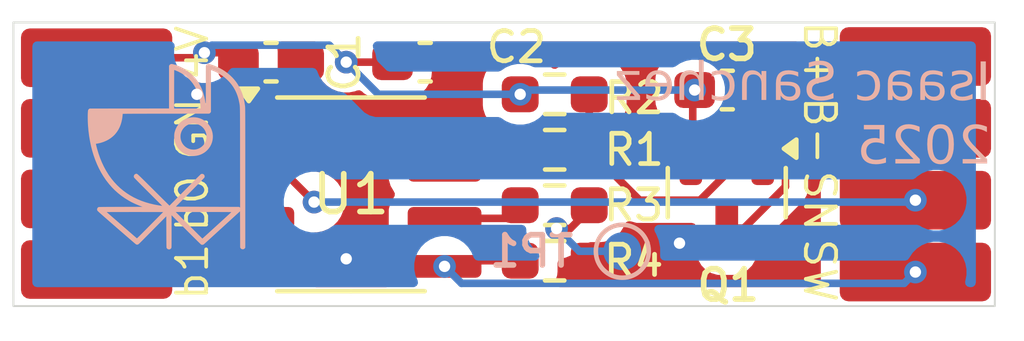
<source format=kicad_pcb>
(kicad_pcb (version 20241229) (generator "pcbnew") (generator_version "9.0")
  (layers (0 "F.Cu" signal) (2 "B.Cu" signal) (13 "F.Paste" user) (15 "B.Paste" user) (5 "F.SilkS" user "F.Silkscreen") (7 "B.SilkS" user "B.Silkscreen") (1 "F.Mask" user) (3 "B.Mask" user) (25 "Edge.Cuts" user))
  (net 0 "")
  (net 1 "GND")
  (net 2 "+4V")
  (net 3 "Net-(Q1-G)")
  (net 4 "IO_BT")
  (net 5 "UPDI")
  (net 6 "Net-(U1-~{RESET}{slash}PA0)")
  (net 7 "INT_SW")
  (net 8 "IO_BTTN0")
  (net 9 "IO_BTTN1")
  (net 10 "IO_SCAN")
  (net 11 "Vcc_BT")
  (footprint "custom_library:iPod_Custom" (layer "F.Cu") (at 83 82.433333)
    (property "Reference" "U2" (hide yes))
    (property "Value" "~" (hide yes))
    (fp_text user "GN" (at 2.45 -4.483333 90) (layer "F.SilkS") (effects (font (size 0.8 0.8) (thickness 0.1)) (justify left bottom)))
    (fp_text user "b1" (at 2.45 -0.783333 90) (layer "F.SilkS") (effects (font (size 0.8 0.8) (thickness 0.1)) (justify left bottom)))
    (fp_text user "b0" (at 2.45 -2.583333 90) (layer "F.SilkS") (effects (font (size 0.8 0.8) (thickness 0.1)) (justify left bottom)))
    (fp_text user "4V" (at 2.45 -6.583333 90) (layer "F.SilkS") (effects (font (size 0.8 0.8) (thickness 0.1)) (justify left bottom)))
    (pad "1" connect roundrect (at -0.55 -7.25) (size 4 1.55) (layers "F.Cu" "F.Mask") (roundrect_rratio 0.15) (net 2 "+4V"))
    (pad "2" connect roundrect (at -0.55 -5.383333) (size 4 1.55) (layers "F.Cu" "F.Mask") (roundrect_rratio 0.15) (net 1 "GND"))
    (pad "3" connect roundrect (at -0.55 -3.516667) (size 4 1.55) (layers "F.Cu" "F.Mask") (roundrect_rratio 0.15) (net 8 "IO_BTTN0"))
    (pad "4" connect roundrect (at -0.55 -1.65) (size 4 1.55) (layers "F.Cu" "F.Mask") (roundrect_rratio 0.15) (net 9 "IO_BTTN1"))
  )
  (footprint "Package_SO:SOIC-8_3.9x4.9mm_P1.27mm" (layer "F.Cu") (at 89.175 78.795)
    (property "Reference" "U1" (at 0 0 0) (layer "F.SilkS"))
    (property "Value" "ATtiny402-SS" (hide yes))
    (fp_line (start 0 -2.56) (end -1.95 -2.56) (stroke (width 0.12)) (layer "F.SilkS"))
    (fp_line (start 0 -2.56) (end 1.95 -2.56) (stroke (width 0.12)) (layer "F.SilkS"))
    (fp_line (start 0 2.56) (end -1.95 2.56) (stroke (width 0.12)) (layer "F.SilkS"))
    (fp_line (start 0 2.56) (end 1.95 2.56) (stroke (width 0.12)) (layer "F.SilkS"))
    (fp_poly (pts (xy -2.7 -2.465) (xy -2.94 -2.795) (xy -2.46 -2.795)) (stroke (width 0.12)) (fill yes) (layer "F.SilkS"))
    (pad "1" smd roundrect (at -2.475 -1.905) (size 1.95 0.6) (layers "F.Cu" "F.Mask" "F.Paste") (net 2 "+4V"))
    (pad "2" smd roundrect (at -2.475 -0.635) (size 1.95 0.6) (layers "F.Cu" "F.Mask" "F.Paste") (net 10 "IO_SCAN"))
    (pad "3" smd roundrect (at -2.475 0.635) (size 1.95 0.6) (layers "F.Cu" "F.Mask" "F.Paste") (net 8 "IO_BTTN0"))
    (pad "4" smd roundrect (at -2.475 1.905) (size 1.95 0.6) (layers "F.Cu" "F.Mask" "F.Paste") (net 9 "IO_BTTN1"))
    (pad "5" smd roundrect (at 2.475 1.905) (size 1.95 0.6) (layers "F.Cu" "F.Mask" "F.Paste") (net 7 "INT_SW"))
    (pad "6" smd roundrect (at 2.475 0.635) (size 1.95 0.6) (layers "F.Cu" "F.Mask" "F.Paste") (net 6 "Net-(U1-~{RESET}{slash}PA0)"))
    (pad "7" smd roundrect (at 2.475 -0.635) (size 1.95 0.6) (layers "F.Cu" "F.Mask" "F.Paste") (net 4 "IO_BT"))
    (pad "8" smd roundrect (at 2.475 -1.905) (size 1.95 0.6) (layers "F.Cu" "F.Mask" "F.Paste") (net 1 "GND"))
  )
  (footprint "Resistor_SMD:R_0603_1608Metric_Pad0.98x0.95mm_HandSolder" (layer "F.Cu") (at 94.5625 77.616667 180)
    (property "Reference" "R1" (at -2.1 0 0) (layer "F.SilkS") (effects (font (size 0.8 0.8) (thickness 0.125))))
    (property "Value" "330")
    (fp_line (start -0.254724 0.5225) (end 0.254724 0.5225) (stroke (width 0.12)) (layer "F.SilkS"))
    (fp_line (start -0.254724 -0.5225) (end 0.254724 -0.5225) (stroke (width 0.12)) (layer "F.SilkS"))
    (pad "1" smd roundrect (at -0.9125 0 180) (size 0.975 0.95) (layers "F.Cu" "F.Mask" "F.Paste") (net 3 "Net-(Q1-G)"))
    (pad "2" smd roundrect (at 0.9125 0 180) (size 0.975 0.95) (layers "F.Cu" "F.Mask" "F.Paste") (net 4 "IO_BT"))
  )
  (footprint "Resistor_SMD:R_0603_1608Metric_Pad0.98x0.95mm_HandSolder" (layer "F.Cu") (at 94.5625 80.55 180)
    (property "Reference" "R4" (at -2.0875 0 0) (layer "F.SilkS") (effects (font (size 0.8 0.8) (thickness 0.125))))
    (property "Value" "4.7k" (hide yes))
    (fp_line (start -0.254724 0.5225) (end 0.254724 0.5225) (stroke (width 0.12)) (layer "F.SilkS"))
    (fp_line (start -0.254724 -0.5225) (end 0.254724 -0.5225) (stroke (width 0.12)) (layer "F.SilkS"))
    (pad "1" smd roundrect (at -0.9125 0 180) (size 0.975 0.95) (layers "F.Cu" "F.Mask" "F.Paste") (net 1 "GND"))
    (pad "2" smd roundrect (at 0.9125 0 180) (size 0.975 0.95) (layers "F.Cu" "F.Mask" "F.Paste") (net 7 "INT_SW"))
  )
  (footprint "custom_library:BT_SW_Custom" (layer "F.Cu") (at 103.4 82.35)
    (property "Reference" "U3" (hide yes))
    (property "Value" "~" (hide yes))
    (fp_text user "B+" (at -2.3 -8.2 270) (layer "F.SilkS") (effects (font (size 0.8 0.8) (thickness 0.1)) (justify left bottom)))
    (fp_text user "SW" (at -2.3 -2.45 270) (layer "F.SilkS") (effects (font (size 0.8 0.8) (thickness 0.1)) (justify left bottom)))
    (fp_text user "SN" (at -2.3 -4.25 270) (layer "F.SilkS") (effects (font (size 0.8 0.8) (thickness 0.1)) (justify left bottom)))
    (fp_text user "B-" (at -2.3 -6.2 270) (layer "F.SilkS") (effects (font (size 0.8 0.8) (thickness 0.1)) (justify left bottom)))
    (pad "1" connect roundrect (at 0.7 -7.2) (size 4 1.55) (layers "F.Cu" "F.Mask") (roundrect_rratio 0.15) (net 11 "Vcc_BT"))
    (pad "2" connect roundrect (at 0.7 -5.3) (size 4 1.55) (layers "F.Cu" "F.Mask") (roundrect_rratio 0.15) (net 1 "GND"))
    (pad "3" connect roundrect (at 0.7 -3.4) (size 4 1.55) (layers "F.Cu" "F.Mask") (roundrect_rratio 0.15) (net 10 "IO_SCAN"))
    (pad "4" connect roundrect (at 0.7 -1.5) (size 4 1.55) (layers "F.Cu" "F.Mask") (roundrect_rratio 0.15) (net 7 "INT_SW"))
  )
  (footprint "Resistor_SMD:R_0603_1608Metric_Pad0.98x0.95mm_HandSolder" (layer "F.Cu") (at 94.5625 79.083333 180)
    (property "Reference" "R3" (at -2.0875 0 0) (layer "F.SilkS") (effects (font (size 0.8 0.8) (thickness 0.125))))
    (property "Value" "4.7k")
    (fp_line (start -0.254724 0.5225) (end 0.254724 0.5225) (stroke (width 0.12)) (layer "F.SilkS"))
    (fp_line (start -0.254724 -0.5225) (end 0.254724 -0.5225) (stroke (width 0.12)) (layer "F.SilkS"))
    (pad "1" smd roundrect (at -0.9125 0 180) (size 0.975 0.95) (layers "F.Cu" "F.Mask" "F.Paste") (net 5 "UPDI"))
    (pad "2" smd roundrect (at 0.9125 0 180) (size 0.975 0.95) (layers "F.Cu" "F.Mask" "F.Paste") (net 6 "Net-(U1-~{RESET}{slash}PA0)"))
  )
  (footprint "Resistor_SMD:R_0603_1608Metric_Pad0.98x0.95mm_HandSolder" (layer "F.Cu") (at 94.5625 76.15 180)
    (property "Reference" "R2" (at -2.1 -0.1 0) (layer "F.SilkS") (effects (font (size 0.8 0.8) (thickness 0.125))))
    (property "Value" "10k" (hide yes))
    (fp_line (start -0.254724 0.5225) (end 0.254724 0.5225) (stroke (width 0.12)) (layer "F.SilkS"))
    (fp_line (start -0.254724 -0.5225) (end 0.254724 -0.5225) (stroke (width 0.12)) (layer "F.SilkS"))
    (pad "1" smd roundrect (at -0.9125 0 180) (size 0.975 0.95) (layers "F.Cu" "F.Mask" "F.Paste") (net 3 "Net-(Q1-G)"))
    (pad "2" smd roundrect (at 0.9125 0 180) (size 0.975 0.95) (layers "F.Cu" "F.Mask" "F.Paste") (net 2 "+4V"))
  )
  (footprint "Capacitor_SMD:C_0603_1608Metric_Pad1.08x0.95mm_HandSolder" (layer "F.Cu") (at 91.1375 75.3)
    (property "Reference" "C2" (at 2.4125 -0.4 180) (layer "F.SilkS") (effects (font (size 0.8 0.8) (thickness 0.125))))
    (property "Value" "10u" (hide yes))
    (fp_line (start -0.146267 -0.51) (end 0.146267 -0.51) (stroke (width 0.12)) (layer "F.SilkS"))
    (fp_line (start -0.146267 0.51) (end 0.146267 0.51) (stroke (width 0.12)) (layer "F.SilkS"))
    (pad "1" smd roundrect (at -0.8625 0) (size 1.075 0.95) (layers "F.Cu" "F.Mask" "F.Paste") (net 2 "+4V"))
    (pad "2" smd roundrect (at 0.8625 0) (size 1.075 0.95) (layers "F.Cu" "F.Mask" "F.Paste") (net 1 "GND"))
  )
  (footprint "Package_TO_SOT_SMD:SOT-23" (layer "F.Cu") (at 99.1125 78.75 -90)
    (property "Reference" "Q1" (at 2.45 -0.0375 0) (layer "F.SilkS") (effects (font (size 0.8 0.8))))
    (property "Value" "AO3401A" (hide yes))
    (fp_line (start 0 1.56) (end -0.65 1.56) (stroke (width 0.12)) (layer "F.SilkS"))
    (fp_line (start 0 1.56) (end 0.65 1.56) (stroke (width 0.12)) (layer "F.SilkS"))
    (fp_line (start 0 -1.56) (end -0.65 -1.56) (stroke (width 0.12)) (layer "F.SilkS"))
    (fp_line (start 0 -1.56) (end 0.65 -1.56) (stroke (width 0.12)) (layer "F.SilkS"))
    (fp_poly (pts (xy -1.1625 -1.51) (xy -1.4025 -1.84) (xy -0.9225 -1.84)) (stroke (width 0.12)) (fill yes) (layer "F.SilkS"))
    (pad "1" smd roundrect (at -0.9375 -0.95 270) (size 1.475 0.6) (layers "F.Cu" "F.Mask" "F.Paste") (net 3 "Net-(Q1-G)"))
    (pad "2" smd roundrect (at -0.9375 0.95 270) (size 1.475 0.6) (layers "F.Cu" "F.Mask" "F.Paste") (net 2 "+4V"))
    (pad "3" smd roundrect (at 0.9375 0 270) (size 1.475 0.6) (layers "F.Cu" "F.Mask" "F.Paste") (net 11 "Vcc_BT"))
  )
  (footprint "Capacitor_SMD:C_0603_1608Metric_Pad1.08x0.95mm_HandSolder" (layer "F.Cu") (at 87.0625 75.3)
    (property "Reference" "C1" (at 1.9375 0 270) (layer "F.SilkS") (effects (font (size 0.8 0.8) (thickness 0.125))))
    (property "Value" "100N" (hide yes))
    (fp_line (start -0.146267 -0.51) (end 0.146267 -0.51) (stroke (width 0.12)) (layer "F.SilkS"))
    (fp_line (start -0.146267 0.51) (end 0.146267 0.51) (stroke (width 0.12)) (layer "F.SilkS"))
    (pad "1" smd roundrect (at -0.8625 0) (size 1.075 0.95) (layers "F.Cu" "F.Mask" "F.Paste") (net 2 "+4V"))
    (pad "2" smd roundrect (at 0.8625 0) (size 1.075 0.95) (layers "F.Cu" "F.Mask" "F.Paste") (net 1 "GND"))
  )
  (footprint "Capacitor_SMD:C_0603_1608Metric_Pad1.08x0.95mm_HandSolder" (layer "F.Cu") (at 99.125 76.0375)
    (property "Reference" "C3" (at -0.0125 -1.2 0) (layer "F.SilkS") (effects (font (size 0.8 0.8))))
    (property "Value" "10u" (hide yes))
    (fp_line (start -0.146267 -0.51) (end 0.146267 -0.51) (stroke (width 0.12)) (layer "F.SilkS"))
    (fp_line (start -0.146267 0.51) (end 0.146267 0.51) (stroke (width 0.12)) (layer "F.SilkS"))
    (pad "1" smd roundrect (at -0.8625 0) (size 1.075 0.95) (layers "F.Cu" "F.Mask" "F.Paste") (net 2 "+4V"))
    (pad "2" smd roundrect (at 0.8625 0) (size 1.075 0.95) (layers "F.Cu" "F.Mask" "F.Paste") (net 1 "GND"))
  )
  (footprint "LOGO" (layer "B.Cu") (at 84.3 77.8 180)
    (property "Reference" "G***" (hide yes))
    (property "Value" "LOGO" (hide yes))
    (fp_poly (pts (xy -0.64272 1.039212) (xy -0.586154 1.028138) (xy -0.530806 1.010542) (xy -0.483374 0.989641) (xy -0.431433 0.959963) (xy -0.384254 0.925494) (xy -0.341961 0.886397) (xy -0.304681 0.842834) (xy -0.272539 0.794967) (xy -0.24566 0.742958) (xy -0.224168 0.686969) (xy -0.21015 0.636018) (xy -0.205652 0.61043) (xy -0.202549 0.580285) (xy -0.200904 0.54768) (xy -0.200779 0.51471) (xy -0.202236 0.483471) (xy -0.204905 0.458874) (xy -0.216606 0.401755) (xy -0.234248 0.347336) (xy -0.257451 0.295944) (xy -0.285833 0.247906) (xy -0.319014 0.203552) (xy -0.356613 0.163209) (xy -0.398249 0.127206) (xy -0.443542 0.09587) (xy -0.49211 0.069529) (xy -0.543574 0.048511) (xy -0.597551 0.033145) (xy -0.653663 0.023758) (xy -0.711526 0.020679) (xy -0.713525 0.020689) (xy -0.733849 0.021139) (xy -0.754523 0.022125) (xy -0.773238 0.023504) (xy -0.787682 0.025137) (xy -0.788662 0.025286) (xy -0.845737 0.037572) (xy -0.900371 0.055923) (xy -0.952155 0.079987) (xy -1.000681 0.109407) (xy -1.045539 0.143829) (xy -1.08632 0.182898) (xy -1.122615 0.226259) (xy -1.154015 0.273558) (xy -1.180111 0.324439) (xy -1.200494 0.378548) (xy -1.202129 0.38388) (xy -1.215717 0.440348) (xy -1.222765 0.496824) (xy -1.223428 0.547142) (xy -1.054583 0.547142) (xy -1.054325 0.51788) (xy -1.052464 0.488832) (xy -1.049074 0.46223) (xy -1.044898 0.442669) (xy -1.029168 0.397659) (xy -1.007708 0.355792) (xy -0.981009 0.317511) (xy -0.949564 0.283258) (xy -0.913866 0.253476) (xy -0.874407 0.228607) (xy -0.831679 0.209093) (xy -0.786176 0.195378) (xy -0.765055 0.191237) (xy -0.736077 0.188316) (xy -0.703608 0.188118) (xy -0.670312 0.190511) (xy -0.638852 0.195363) (xy -0.626982 0.198064) (xy -0.581887 0.212845) (xy -0.540184 0.233157) (xy -0.502196 0.258483) (xy -0.468243 0.288305) (xy -0.438649 0.322105) (xy -0.413734 0.359365) (xy -0.39382 0.399567) (xy -0.379229 0.442194) (xy -0.370283 0.486727) (xy -0.367304 0.532649) (xy -0.370613 0.579441) (xy -0.374893 0.603793) (xy -0.387851 0.648835) (xy -0.406844 0.691553) (xy -0.431365 0.731302) (xy -0.460904 0.767439) (xy -0.494951 0.799319) (xy -0.532996 0.826297) (xy -0.564136 0.843063) (xy -0.594079 0.855733) (xy -0.622941 0.864699) (xy -0.652996 0.870484) (xy -0.686519 0.873615) (xy -0.698772 0.874157) (xy -0.720907 0.874707) (xy -0.73835 0.874547) (xy -0.753172 0.873549) (xy -0.767439 0.871585) (xy -0.780584 0.869079) (xy -0.826611 0.856181) (xy -0.869744 0.837406) (xy -0.909538 0.813204) (xy -0.945546 0.784024) (xy -0.977322 0.750318) (xy -1.00442 0.712535) (xy -1.026393 0.671125) (xy -1.042794 0.626539) (xy -1.049995 0.59737) (xy -1.053164 0.574383) (xy -1.054583 0.547142) (xy -1.223428 0.547142) (xy -1.223503 0.552869) (xy -1.218161 0.608041) (xy -1.206969 0.661898) (xy -1.190156 0.713999) (xy -1.167953 0.763904) (xy -1.140588 0.81117) (xy -1.108292 0.855357) (xy -1.071295 0.896023) (xy -1.029825 0.932727) (xy -0.984113 0.965029) (xy -0.934389 0.992486) (xy -0.880882 1.014658) (xy -0.87215 1.017631) (xy -0.81522 1.032973) (xy -0.757704 1.041662) (xy -0.700054 1.043731)) (fill yes) (layer "B.SilkS"))
    (fp_poly (pts (xy -0.122931 2.451547) (xy -0.105719 2.446565) (xy -0.089348 2.436427) (xy -0.075999 2.422627) (xy -0.072167 2.416726) (xy -0.064562 2.403299) (xy -0.064506 1.839385) (xy -0.06445 1.275471) (xy 0.985111 1.274601) (xy 2.034672 1.273732) (xy 2.049195 1.263525) (xy 2.0581 1.256702) (xy 2.06512 1.249586) (xy 2.070536 1.241244) (xy 2.074625 1.230744) (xy 2.077667 1.217154) (xy 2.079939 1.199541) (xy 2.081721 1.176975) (xy 2.083233 1.149684) (xy 2.084588 1.111263) (xy 2.08518 1.067577) (xy 2.085035 1.020096) (xy 2.084178 0.970292) (xy 2.082635 0.919637) (xy 2.080431 0.869604) (xy 2.077592 0.821664) (xy 2.077539 0.820887) (xy 2.06534 0.681331) (xy 2.048002 0.544761) (xy 2.025589 0.411369) (xy 1.998165 0.28135) (xy 1.965796 0.154895) (xy 1.928544 0.032197) (xy 1.886476 -0.08655) (xy 1.839655 -0.201153) (xy 1.788146 -0.311421) (xy 1.732013 -0.417158) (xy 1.671321 -0.518174) (xy 1.606134 -0.614275) (xy 1.591504 -0.634321) (xy 1.520433 -0.724974) (xy 1.445163 -0.810318) (xy 1.365603 -0.890432) (xy 1.281663 -0.965391) (xy 1.193253 -1.035275) (xy 1.100283 -1.10016) (xy 1.002661 -1.160123) (xy 0.932825 -1.198521) (xy 0.896453 -1.216913) (xy 0.855972 -1.236156) (xy 0.813106 -1.255505) (xy 0.769578 -1.274215) (xy 0.727113 -1.291541) (xy 0.687432 -1.306738) (xy 0.659762 -1.316554) (xy 0.636017 -1.324612) (xy 1.214369 -1.326308) (xy 1.288136 -1.326528) (xy 1.355421 -1.326739) (xy 1.416524 -1.326944) (xy 1.471749 -1.327146) (xy 1.521396 -1.327351) (xy 1.565767 -1.327561) (xy 1.605165 -1.32778) (xy 1.639889 -1.328012) (xy 1.670243 -1.328261) (xy 1.696528 -1.32853) (xy 1.719046 -1.328823) (xy 1.738098 -1.329145) (xy 1.753985 -1.329498) (xy 1.767011 -1.329886) (xy 1.777475 -1.330314) (xy 1.785681 -1.330784) (xy 1.791929 -1.331301) (xy 1.796522 -1.331869) (xy 1.79976 -1.332491) (xy 1.801947 -1.333171) (xy 1.802897 -1.333618) (xy 1.819396 -1.346317) (xy 1.830983 -1.362785) (xy 1.837261 -1.381723) (xy 1.837831 -1.401835) (xy 1.832295 -1.421822) (xy 1.830882 -1.424792) (xy 1.82921 -1.427283) (xy 1.826005 -1.431023) (xy 1.821071 -1.436185) (xy 1.814214 -1.442943) (xy 1.805237 -1.451469) (xy 1.793945 -1.461939) (xy 1.780142 -1.474524) (xy 1.763632 -1.489399) (xy 1.74422 -1.506736) (xy 1.721711 -1.52671) (xy 1.695908 -1.549494) (xy 1.666615 -1.57526) (xy 1.633638 -1.604183) (xy 1.59678 -1.636436) (xy 1.555847 -1.672193) (xy 1.510641 -1.711626) (xy 1.460968 -1.754909) (xy 1.406632 -1.802216) (xy 1.347438 -1.85372) (xy 1.322916 -1.875048) (xy 1.272538 -1.918842) (xy 1.223432 -1.961488) (xy 1.175853 -2.00277) (xy 1.130051 -2.042471) (xy 1.086281 -2.080371) (xy 1.044794 -2.116254) (xy 1.005842 -2.149902) (xy 0.96968 -2.181097) (xy 0.936558 -2.209622) (xy 0.90673 -2.235258) (xy 0.880449 -2.257789) (xy 0.857966 -2.276997) (xy 0.839535 -2.292663) (xy 0.825407 -2.304571) (xy 0.815836 -2.312502) (xy 0.811074 -2.316239) (xy 0.81071 -2.31647) (xy 0.793568 -2.323631) (xy 0.777596 -2.325565) (xy 0.760029 -2.322575) (xy 0.758533 -2.32215) (xy 0.75599 -2.321346) (xy 0.753347 -2.320275) (xy 0.750369 -2.318709) (xy 0.746823 -2.316421) (xy 0.742475 -2.313181) (xy 0.737092 -2.308763) (xy 0.730441 -2.302936) (xy 0.722286 -2.295475) (xy 0.712396 -2.286149) (xy 0.700536 -2.274731) (xy 0.686472 -2.260993) (xy 0.669972 -2.244707) (xy 0.6508 -2.225644) (xy 0.628725 -2.203576) (xy 0.603511 -2.178275) (xy 0.574926 -2.149512) (xy 0.542736 -2.117061) (xy 0.506706 -2.080692) (xy 0.466605 -2.040177) (xy 0.422197 -1.995288) (xy 0.374322 -1.946881) (xy 0.00848 -1.576953) (xy 0.006784 -1.988429) (xy 0.006508 -2.052178) (xy 0.006232 -2.109462) (xy 0.00595 -2.160597) (xy 0.005657 -2.205902) (xy 0.00535 -2.245695) (xy 0.005023 -2.280295) (xy 0.004672 -2.310018) (xy 0.004292 -2.335184) (xy 0.003879 -2.356111) (xy 0.003427 -2.373116) (xy 0.002933 -2.386518) (xy 0.002391 -2.396634) (xy 0.001797 -2.403783) (xy 0.001147 -2.408283) (xy 0.000632 -2.410082) (xy -0.01045 -2.427425) (xy -0.025965 -2.440596) (xy -0.044578 -2.448994) (xy -0.064955 -2.452018) (xy -0.085761 -2.449067) (xy -0.085871 -2.449034) (xy -0.101479 -2.441271) (xy -0.115453 -2.428706) (xy -0.125161 -2.414192) (xy -0.126208 -2.41197) (xy -0.127147 -2.409621) (xy -0.127984 -2.406783) (xy -0.128725 -2.403094) (xy -0.129376 -2.398192) (xy -0.129942 -2.391715) (xy -0.13043 -2.383302) (xy -0.130845 -2.37259) (xy -0.131194 -2.359217) (xy -0.131481 -2.342823) (xy -0.131714 -2.323044) (xy -0.131897 -2.29952) (xy -0.132036 -2.271888) (xy -0.132138 -2.239786) (xy -0.132209 -2.202852) (xy -0.132254 -2.160726) (xy -0.132279 -2.113044) (xy -0.132289 -2.059445) (xy -0.132292 -1.999567) (xy -0.132292 -1.97401) (xy -0.132292 -1.54856) (xy -0.519839 -1.9357) (xy -0.571874 -1.987663) (xy -0.619328 -2.035014) (xy -0.662406 -2.077951) (xy -0.701308 -2.116671) (xy -0.73624 -2.151374) (xy -0.767403 -2.182258) (xy -0.795 -2.20952) (xy -0.819236 -2.233359) (xy -0.840312 -2.253974) (xy -0.858431 -2.271562) (xy -0.873798 -2.286323) (xy -0.886614 -2.298453) (xy -0.897083 -2.308152) (xy -0.905407 -2.315618) (xy -0.91179 -2.321048) (xy -0.916435 -2.324642) (xy -0.919545 -2.326598) (xy -0.920486 -2.326992) (xy -0.937307 -2.329911) (xy -0.955287 -2.329142) (xy -0.971757 -2.324995) (xy -0.981429 -2.319916) (xy -0.985066 -2.316816) (xy -0.993458 -2.309366) (xy -1.006354 -2.297793) (xy -1.023501 -2.282327) (xy -1.04465 -2.263195) (xy -1.069549 -2.240626) (xy -1.097946 -2.214848) (xy -1.129591 -2.186089) (xy -1.164232 -2.154579) (xy -1.201618 -2.120545) (xy -1.241498 -2.084216) (xy -1.283621 -2.045821) (xy -1.327736 -2.005586) (xy -1.373591 -1.963742) (xy -1.420935 -1.920516) (xy -1.46739 -1.87808) (xy -1.919542 -1.464945) (xy -1.712443 -1.464945) (xy -1.709845 -1.467559) (xy -1.70257 -1.474429) (xy -1.690949 -1.485251) (xy -1.675314 -1.499722) (xy -1.655997 -1.51754) (xy -1.633329 -1.538401) (xy -1.607642 -1.562002) (xy -1.579269 -1.58804) (xy -1.54854 -1.616212) (xy -1.515789 -1.646215) (xy -1.481346 -1.677746) (xy -1.445544 -1.710502) (xy -1.408714 -1.744179) (xy -1.371188 -1.778476) (xy -1.333298 -1.813088) (xy -1.295377 -1.847713) (xy -1.257754 -1.882048) (xy -1.220764 -1.915789) (xy -1.184737 -1.948634) (xy -1.150005 -1.980279) (xy -1.1169 -2.010422) (xy -1.085754 -2.038759) (xy -1.056899 -2.064988) (xy -1.030666 -2.088805) (xy -1.007388 -2.109907) (xy -0.987395 -2.127991) (xy -0.971021 -2.142755) (xy -0.958597 -2.153895) (xy -0.950455 -2.161108) (xy -0.946926 -2.164091) (xy -0.946809 -2.164155) (xy -0.944208 -2.161799) (xy -0.937079 -2.154909) (xy -0.925692 -2.143749) (xy -0.910313 -2.128586) (xy -0.891209 -2.109685) (xy -0.868647 -2.087312) (xy -0.842896 -2.061734) (xy -0.814222 -2.033214) (xy -0.782892 -2.00202) (xy -0.749175 -1.968416) (xy -0.713336 -1.932669) (xy -0.675644 -1.895045) (xy -0.636365 -1.855808) (xy -0.595768 -1.815225) (xy -0.593617 -1.813074) (xy -0.244243 -1.463688) (xy 0.090785 -1.463688) (xy 0.43576 -1.812224) (xy 0.48352 -1.860465) (xy 0.526744 -1.904097) (xy 0.565658 -1.943341) (xy 0.60049 -1.978421) (xy 0.631466 -2.009557) (xy 0.658813 -2.036974) (xy 0.682757 -2.060892) (xy 0.703524 -2.081534) (xy 0.721341 -2.099123) (xy 0.736436 -2.11388) (xy 0.749033 -2.126029) (xy 0.75936 -2.135791) (xy 0.767644 -2.143388) (xy 0.77411 -2.149043) (xy 0.778986 -2.152978) (xy 0.782498 -2.155416) (xy 0.784873 -2.156578) (xy 0.786336 -2.156687) (xy 0.78667 -2.156522) (xy 0.789861 -2.153851) (xy 0.79789 -2.146972) (xy 0.810476 -2.136128) (xy 0.827337 -2.121562) (xy 0.848194 -2.103519) (xy 0.872764 -2.082241) (xy 0.900767 -2.057972) (xy 0.931922 -2.030956) (xy 0.965948 -2.001437) (xy 1.002564 -1.969657) (xy 1.041489 -1.935862) (xy 1.082441 -1.900293) (xy 1.125141 -1.863196) (xy 1.169307 -1.824813) (xy 1.188666 -1.807986) (xy 1.584728 -1.463688) (xy 1.211287 -1.462825) (xy 1.150804 -1.462705) (xy 1.084798 -1.46261) (xy 1.014532 -1.462539) (xy 0.941265 -1.462493) (xy 0.866261 -1.462471) (xy 0.79078 -1.462474) (xy 0.716084 -1.462502) (xy 0.643435 -1.462554) (xy 0.574095 -1.462631) (xy 0.509323 -1.462732) (xy 0.464316 -1.462825) (xy 0.090785 -1.463688) (xy -0.244243 -1.463688) (xy -0.242547 -1.461992) (xy -0.97806 -1.461992) (xy -1.051199 -1.462005) (xy -1.121999 -1.462045) (xy -1.190181 -1.462109) (xy -1.255463 -1.462198) (xy -1.317564 -1.462309) (xy -1.376202 -1.462441) (xy -1.431097 -1.462594) (xy -1.481968 -1.462767) (xy -1.528533 -1.462957) (xy -1.570511 -1.463165) (xy -1.607621 -1.463388) (xy -1.639581 -1.463626) (xy -1.666111 -1.463878) (xy -1.68693 -1.464143) (xy -1.701756 -1.464419) (xy -1.710308 -1.464705) (xy -1.712443 -1.464945) (xy -1.919542 -1.464945) (xy -1.941974 -1.444449) (xy -1.94367 -1.922177) (xy -1.945366 -2.399906) (xy -1.953597 -2.414276) (xy -1.966638 -2.431171) (xy -1.983214 -2.442312) (xy -2.003563 -2.447843) (xy -2.009327 -2.44837) (xy -2.031192 -2.44673) (xy -2.050069 -2.439) (xy -2.065982 -2.425168) (xy -2.070874 -2.418858) (xy -2.08105 -2.40441) (xy -2.08105 -1.343624) (xy -1.943788 -1.343624) (xy -1.929313 -1.335256) (xy -1.914838 -1.326889) (xy -1.079917 -1.324055) (xy -0.244996 -1.32122) (xy -0.61937 -0.943002) (xy -0.675547 -0.88621) (xy -0.726984 -0.834127) (xy -0.773755 -0.78668) (xy -0.81593 -0.743794) (xy -0.853582 -0.705395) (xy -0.886783 -0.67141) (xy -0.915604 -0.641764) (xy -0.940117 -0.616383) (xy -0.960395 -0.595194) (xy -0.976509 -0.578122) (xy -0.988531 -0.565094) (xy -0.996533 -0.556034) (xy -1.000587 -0.550871) (xy -1.000993 -0.550178) (xy -1.006958 -0.53101) (xy -1.006871 -0.511264) (xy -1.001171 -0.492322) (xy -0.990299 -0.475568) (xy -0.974696 -0.462387) (xy -0.972637 -0.461173) (xy -0.955132 -0.454708) (xy -0.935664 -0.453058) (xy -0.916862 -0.456278) (xy -0.908391 -0.459806) (xy -0.904599 -0.462948) (xy -0.896274 -0.4707) (xy -0.883642 -0.482836) (xy -0.866928 -0.499131) (xy -0.846359 -0.51936) (xy -0.82216 -0.543299) (xy -0.794557 -0.57072) (xy -0.763777 -0.601401) (xy -0.730046 -0.635114) (xy -0.693588 -0.671636) (xy -0.654631 -0.710741) (xy -0.6134 -0.752204) (xy -0.570122 -0.7958) (xy -0.525021 -0.841303) (xy -0.487121 -0.879595) (xy -0.443329 -0.923862) (xy -0.400826 -0.966816) (xy -0.359857 -1.008211) (xy -0.320667 -1.047799) (xy -0.283501 -1.085334) (xy -0.248603 -1.120567) (xy -0.21622 -1.153252) (xy -0.186596 -1.183141) (xy -0.159977 -1.209987) (xy -0.136606 -1.233543) (xy -0.11673 -1.253562) (xy -0.100594 -1.269796) (xy -0.088442 -1.281998) (xy -0.08052 -1.28992) (xy -0.077073 -1.293316) (xy -0.076941 -1.293431) (xy -0.074419 -1.291149) (xy -0.067332 -1.284324) (xy -0.055925 -1.273198) (xy -0.040442 -1.258013) (xy -0.021129 -1.239011) (xy 0.001771 -1.216433) (xy 0.028013 -1.190522) (xy 0.057351 -1.16152) (xy 0.089542 -1.129667) (xy 0.12434 -1.095207) (xy 0.161501 -1.058381) (xy 0.200781 -1.019431) (xy 0.241934 -0.978599) (xy 0.284717 -0.936127) (xy 0.328884 -0.892256) (xy 0.344885 -0.876357) (xy 0.398083 -0.82349) (xy 0.446686 -0.775194) (xy 0.490914 -0.731264) (xy 0.530988 -0.691492) (xy 0.567129 -0.655673) (xy 0.599557 -0.623598) (xy 0.628493 -0.595063) (xy 0.654158 -0.569859) (xy 0.676771 -0.547782) (xy 0.696554 -0.528623) (xy 0.713727 -0.512176) (xy 0.728511 -0.498235) (xy 0.741126 -0.486593) (xy 0.751793 -0.477043) (xy 0.760733 -0.46938) (xy 0.768166 -0.463395) (xy 0.774313 -0.458884) (xy 0.779394 -0.455638) (xy 0.78363 -0.453452) (xy 0.787242 -0.452118) (xy 0.79045 -0.451431) (xy 0.793475 -0.451183) (xy 0.796537 -0.451168) (xy 0.798838 -0.451186) (xy 0.818527 -0.454269) (xy 0.835857 -0.462783) (xy 0.850108 -0.475621) (xy 0.860561 -0.491678) (xy 0.866496 -0.509849) (xy 0.867193 -0.529028) (xy 0.861935 -0.548107) (xy 0.859441 -0.551705) (xy 0.853797 -0.558351) (xy 0.844874 -0.568174) (xy 0.832546 -0.581306) (xy 0.816682 -0.597877) (xy 0.797157 -0.618018) (xy 0.77384 -0.641859) (xy 0.746605 -0.66953) (xy 0.715322 -0.701162) (xy 0.679865 -0.736886) (xy 0.640104 -0.776832) (xy 0.595912 -0.821131) (xy 0.54716 -0.869913) (xy 0.493721 -0.923308) (xy 0.486335 -0.930683) (xy 0.117027 -1.299405) (xy 0.133987 -1.297337) (xy 0.143367 -1.296073) (xy 0.157773 -1.293986) (xy 0.17553 -1.291324) (xy 0.194965 -1.288337) (xy 0.203525 -1.286998) (xy 0.324991 -1.264906) (xy 0.442278 -1.237507) (xy 0.55537 -1.204811) (xy 0.664255 -1.166825) (xy 0.768917 -1.123559) (xy 0.869343 -1.075021) (xy 0.965519 -1.02122) (xy 1.05743 -0.962164) (xy 1.145063 -0.897863) (xy 1.228403 -0.828324) (xy 1.307436 -0.753557) (xy 1.382147 -0.673571) (xy 1.452524 -0.588374) (xy 1.518551 -0.497974) (xy 1.540887 -0.464716) (xy 1.60178 -0.365984) (xy 1.657898 -0.262447) (xy 1.709232 -0.154128) (xy 1.755772 -0.041051) (xy 1.797506 0.076759) (xy 1.834425 0.199278) (xy 1.85558 0.280386) (xy 1.860073 0.298892) (xy 1.86393 0.315184) (xy 1.866879 0.328084) (xy 1.86865 0.336413) (xy 1.869043 0.3389) (xy 1.86613 0.341633) (xy 1.860141 0.342602) (xy 1.851537 0.343401) (xy 1.837757 0.345601) (xy 1.820195 0.348909) (xy 1.800245 0.353029) (xy 1.779301 0.357669) (xy 1.758755 0.362533) (xy 1.740002 0.367329) (xy 1.730406 0.369988) (xy 1.662654 0.392509) (xy 1.597875 0.420105) (xy 1.536609 0.452446) (xy 1.479391 0.4892) (xy 1.42676 0.530035) (xy 1.379254 0.574622) (xy 1.355024 0.601182) (xy 1.311543 0.656774) (xy 1.2736 0.716106) (xy 1.241156 0.779263) (xy 1.214171 0.846332) (xy 1.192609 0.917399) (xy 1.176429 0.99255) (xy 1.173868 1.007877) (xy 1.171418 1.024464) (xy 1.168843 1.043975) (xy 1.166314 1.06485) (xy 1.164005 1.08553) (xy 1.162089 1.104453) (xy 1.160738 1.12006) (xy 1.160126 1.130792) (xy 1.160107 1.132092) (xy 1.158898 1.132493) (xy 1.155153 1.132871) (xy 1.14869 1.133228) (xy 1.139328 1.133564) (xy 1.126885 1.133879) (xy 1.11118 1.134176) (xy 1.092032 1.134454) (xy 1.069259 1.134714) (xy 1.04268 1.134958) (xy 1.012114 1.135186) (xy 0.977378 1.135398) (xy 0.938293 1.135596) (xy 0.894675 1.135781) (xy 0.846345 1.135952) (xy 0.79312 1.136112) (xy 0.73482 1.136261) (xy 0.671262 1.136399) (xy 0.602266 1.136528) (xy 0.52765 1.136647) (xy 0.447232 1.13676) (xy 0.360832 1.136864) (xy 0.268267 1.136963) (xy 0.169357 1.137056) (xy 0.063921 1.137145) (xy 0.017808 1.13718) (xy -1.12448 1.138048) (xy -1.139071 1.145839) (xy -1.152898 1.156222) (xy -1.163664 1.169399) (xy -1.173665 1.18517) (xy -1.173665 1.275428) (xy -0.898905 1.275428) (xy -0.54952 1.275428) (xy -0.200134 1.275428) (xy -0.200134 1.784242) (xy -0.200145 1.842423) (xy -0.200177 1.898727) (xy -0.200228 1.95278) (xy -0.200299 2.004214) (xy -0.200386 2.052657) (xy -0.20049 2.097739) (xy -0.200608 2.139088) (xy -0.200741 2.176334) (xy -0.200885 2.209106) (xy -0.201041 2.237033) (xy -0.201207 2.259744) (xy -0.201382 2.276869) (xy -0.201565 2.288037) (xy -0.201754 2.292877) (xy -0.201798 2.293056) (xy -0.206814 2.291765) (xy -0.216834 2.288217) (xy -0.230658 2.282904) (xy -0.247086 2.276315) (xy -0.264921 2.268941) (xy -0.282961 2.261273) (xy -0.300007 2.253801) (xy -0.31486 2.247015) (xy -0.317692 2.245674) (xy -0.391324 2.206911) (xy -0.46038 2.163181) (xy -0.524767 2.114604) (xy -0.584396 2.061303) (xy -0.639173 2.003398) (xy -0.689009 1.941013) (xy -0.733812 1.874268) (xy -0.77349 1.803284) (xy -0.807953 1.728185) (xy -0.837109 1.649091) (xy -0.860866 1.566125) (xy -0.874843 1.502698) (xy -0.880459 1.47133) (xy -0.885643 1.437855) (xy -0.890216 1.403791) (xy -0.894001 1.370657) (xy -0.896821 1.339969) (xy -0.8985 1.313245) (xy -0.898903 1.296628) (xy -0.898905 1.275428) (xy -1.173665 1.275428) (xy -1.173665 1.737785) (xy -1.173665 2.290399) (xy -1.182993 2.288128) (xy -1.194363 2.284637) (xy -1.210567 2.278674) (xy -1.230353 2.270766) (xy -1.252471 2.26144) (xy -1.275669 2.251225) (xy -1.298696 2.240648) (xy -1.320301 2.230236) (xy -1.320439 2.230168) (xy -1.398209 2.188083) (xy -1.471472 2.141266) (xy -1.540036 2.089891) (xy -1.603704 2.034131) (xy -1.662283 1.97416) (xy -1.715576 1.910151) (xy -1.763391 1.842278) (xy -1.773214 1.826751) (xy -1.813623 1.755262) (xy -1.848775 1.679743) (xy -1.878497 1.600652) (xy -1.902618 1.51845) (xy -1.920965 1.433596) (xy -1.921407 1.431113) (xy -1.92312 1.421645) (xy -1.924733 1.413037) (xy -1.926251 1.405079) (xy -1.927676 1.39756) (xy -1.929011 1.390271) (xy -1.930259 1.383002) (xy -1.931423 1.375541) (xy -1.932507 1.36768) (xy -1.933513 1.359208) (xy -1.934444 1.349915) (xy -1.935304 1.339591) (xy -1.936096 1.328026) (xy -1.936822 1.315009) (xy -1.937487 1.300331) (xy -1.938092 1.283782) (xy -1.938641 1.26515) (xy -1.939137 1.244227) (xy -1.939584 1.220802) (xy -1.939983 1.194665) (xy -1.940339 1.165606) (xy -1.940655 1.133415) (xy -1.940932 1.097881) (xy -1.941176 1.058795) (xy -1.941388 1.015946) (xy -1.941571 0.969124) (xy -1.941729 0.91812) (xy -1.941866 0.862723) (xy -1.941983 0.802723) (xy -1.942084 0.73791) (xy -1.942172 0.668073) (xy -1.942251 0.593003) (xy -1.942322 0.51249) (xy -1.94239 0.426323) (xy -1.942458 0.334292) (xy -1.942528 0.236188) (xy -1.942603 0.131799) (xy -1.942688 0.020917) (xy -1.942723 -0.023074) (xy -1.943788 -1.343624) (xy -2.08105 -1.343624) (xy -2.08105 -0.561947) (xy -2.081049 -0.428121) (xy -2.081047 -0.300906) (xy -2.081043 -0.18013) (xy -2.081035 -0.065619) (xy -2.081024 0.042799) (xy -2.081009 0.145298) (xy -2.08099 0.24205) (xy -2.080966 0.333229) (xy -2.080936 0.419007) (xy -2.080899 0.499557) (xy -2.080857 0.575052) (xy -2.080806 0.645665) (xy -2.080748 0.711569) (xy -2.080681 0.772938) (xy -2.080606 0.829943) (xy -2.080521 0.882757) (xy -2.080425 0.931555) (xy -2.080319 0.976508) (xy -2.080202 1.01779) (xy -2.080073 1.055573) (xy -2.079931 1.090031) (xy -2.079777 1.121336) (xy -2.079609 1.149661) (xy -2.079427 1.17518) (xy -2.07923 1.198064) (xy -2.079018 1.218488) (xy -2.078791 1.236624) (xy -2.078547 1.252645) (xy -2.078286 1.266724) (xy -2.078008 1.279033) (xy -2.077712 1.289747) (xy -2.077397 1.299037) (xy -2.077063 1.307076) (xy -2.076709 1.314038) (xy -2.076336 1.320096) (xy -2.075941 1.325422) (xy -2.075525 1.330189) (xy -2.075087 1.334571) (xy -2.07488 1.336486) (xy -2.062055 1.430237) (xy -2.044686 1.519285) (xy -2.022597 1.604119) (xy -1.995608 1.685227) (xy -1.963543 1.763098) (xy -1.926225 1.838221) (xy -1.883476 1.911085) (xy -1.846036 1.966964) (xy -1.796976 2.030806) (xy -1.742011 2.092194) (xy -1.68172 2.150673) (xy -1.616679 2.205784) (xy -1.54747 2.257072) (xy -1.474669 2.30408) (xy -1.398855 2.346349) (xy -1.320607 2.383425) (xy -1.316325 2.385269) (xy -1.281892 2.399499) (xy -1.247972 2.412516) (xy -1.215352 2.424082) (xy -1.184822 2.433955) (xy -1.15717 2.441896) (xy -1.133187 2.447666) (xy -1.113661 2.451023) (xy -1.09938 2.451728) (xy -1.098131 2.451631) (xy -1.07957 2.446672) (xy -1.062476 2.436243) (xy -1.048796 2.421641) (xy -1.045698 2.416726) (xy -1.038093 2.403299) (xy -1.037529 1.87074) (xy -1.037458 1.811384) (xy -1.037374 1.754012) (xy -1.037278 1.698976) (xy -1.037171 1.64663) (xy -1.037054 1.597328) (xy -1.036929 1.551422) (xy -1.036798 1.509266) (xy -1.03666 1.471213) (xy -1.036518 1.437617) (xy -1.036372 1.40883) (xy -1.036224 1.385207) (xy -1.036076 1.367099) (xy -1.035927 1.354861) (xy -1.035781 1.348846) (xy -1.035695 1.348358) (xy -1.034869 1.355415) (xy -1.033492 1.367645) (xy -1.031739 1.383476) (xy -1.029785 1.401336) (xy -1.029276 1.406024) (xy -1.016535 1.498323) (xy -0.998715 1.586511) (xy -0.975662 1.671141) (xy -0.947223 1.752765) (xy -0.913243 1.831939) (xy -0.907675 1.843604) (xy -0.874203 1.908448) (xy -0.838931 1.967902) (xy -0.800931 2.023301) (xy -0.759273 2.075983) (xy -0.713029 2.127285) (xy -0.704084 2.136539) (xy -0.646772 2.191718) (xy -0.587989 2.241112) (xy -0.526467 2.285646) (xy -0.460936 2.326245) (xy -0.397036 2.360408) (xy -0.361568 2.37741) (xy -0.325641 2.393305) (xy -0.29003 2.407832) (xy -0.255513 2.420735) (xy -0.222867 2.431753) (xy -0.192869 2.44063) (xy -0.166297 2.447106) (xy -0.143927 2.450923) (xy -0.126538 2.451823)) (fill yes) (layer "B.SilkS"))
  )
  (footprint "TestPoint:TestPoint_Pad_D1.0mm" (layer "B.Cu") (at 96.35 80.3 180)
    (property "Reference" "TP1" (at 2.4 0 180) (layer "B.SilkS") (effects (font (size 0.8 0.8)) (justify mirror)))
    (property "Value" "TestPoint" (hide yes))
    (fp_circle (center 0 0) (end 0 -0.7) (stroke (width 0.12)) (fill no) (layer "B.SilkS"))
    (pad "1" smd circle (at 0 0 180) (size 1 1) (layers "B.Cu" "B.Mask") (net 5 "UPDI"))
  )
  (gr_rect (start 80.25 74.25) (end 106.2 81.75) (stroke (width 0.05)) (fill no) (layer "Edge.Cuts"))
  (gr_text "Isaac Sanchez\n2025" (at 106.1 78.15 0) (layer "B.SilkS") (effects (font (size 1 1) (thickness 0.1)) (justify left bottom mirror)))
  (segment (start 85.1 76.15) (end 85.1 76.7) (width 0.2) (layer "F.Cu") (net 1))
  (segment (start 85.1 76.7) (end 84.75 77.05) (width 0.2) (layer "F.Cu") (net 1))
  (segment (start 84.75 77.05) (end 82.45 77.05) (width 0.2) (layer "F.Cu") (net 1))
  (via (at 97.8625 80.0875) (size 0.6) (drill 0.3) (layers "F.Cu" "B.Cu") (net 1))
  (via (at 85.1 76.15) (size 0.6) (drill 0.3) (layers "F.Cu" "B.Cu") (net 1))
  (via (at 89.05 80.5) (size 0.6) (drill 0.3) (layers "F.Cu" "B.Cu") (net 1))
  (segment (start 85.3 75.05) (end 85.95 75.05) (width 0.2) (layer "F.Cu") (net 2))
  (segment (start 82.45 75.183333) (end 85.166667 75.183333) (width 0.2) (layer "F.Cu") (net 2))
  (segment (start 86.7 75.8) (end 86.2 75.3) (width 0.2) (layer "F.Cu") (net 2))
  (segment (start 85.166667 75.183333) (end 85.3 75.05) (width 0.2) (layer "F.Cu") (net 2))
  (segment (start 85.95 75.05) (end 86.2 75.3) (width 0.2) (layer "F.Cu") (net 2))
  (segment (start 86.7 76.89) (end 86.7 75.8) (width 0.2) (layer "F.Cu") (net 2))
  (segment (start 93.65 76.15) (end 93.65 75.8125) (width 0.2) (layer "F.Cu") (net 2))
  (segment (start 98.2125 77.8125) (end 98.2125 76.0875) (width 0.2) (layer "F.Cu") (net 2))
  (segment (start 90.275 75.3) (end 89.05 75.3) (width 0.2) (layer "F.Cu") (net 2))
  (segment (start 98.2125 76.0875) (end 98.2625 76.0375) (width 0.2) (layer "F.Cu") (net 2))
  (via (at 89.05 75.3) (size 0.6) (drill 0.3) (layers "F.Cu" "B.Cu") (net 2))
  (via (at 85.3 75.05) (size 0.6) (drill 0.3) (layers "F.Cu" "B.Cu") (net 2))
  (via (at 93.65 76.15) (size 0.6) (drill 0.3) (layers "F.Cu" "B.Cu") (net 2))
  (via (at 98.2625 76.0375) (size 0.6) (drill 0.3) (layers "F.Cu" "B.Cu") (net 2))
  (segment (start 89.05 75.3) (end 89.9 76.15) (width 0.2) (layer "B.Cu") (net 2))
  (segment (start 88.601 74.851) (end 85.499 74.851) (width 0.2) (layer "B.Cu") (net 2))
  (segment (start 89.9 76.15) (end 93.65 76.15) (width 0.2) (layer "B.Cu") (net 2))
  (segment (start 93.7625 76.0375) (end 93.65 76.15) (width 0.2) (layer "B.Cu") (net 2))
  (segment (start 85.499 74.851) (end 85.3 75.05) (width 0.2) (layer "B.Cu") (net 2))
  (segment (start 89.05 75.3) (end 88.601 74.851) (width 0.2) (layer "B.Cu") (net 2))
  (segment (start 98.2625 76.0375) (end 93.7625 76.0375) (width 0.2) (layer "B.Cu") (net 2))
  (segment (start 93.8 76) (end 93.65 76.15) (width 0.2) (layer "B.Cu") (net 2))
  (segment (start 95.7875 76.15) (end 95.475 76.15) (width 0.2) (layer "F.Cu") (net 3))
  (segment (start 100.0625 77.8125) (end 99.541968 77.8125) (width 0.2) (layer "F.Cu") (net 3))
  (segment (start 98.404468 78.95) (end 96.808333 78.95) (width 0.2) (layer "F.Cu") (net 3))
  (segment (start 99.541968 77.8125) (end 98.404468 78.95) (width 0.2) (layer "F.Cu") (net 3))
  (segment (start 95.529167 77.616667) (end 95.475 77.616667) (width 0.2) (layer "F.Cu") (net 3))
  (segment (start 95.625 76.3) (end 95.475 76.15) (width 0.2) (layer "F.Cu") (net 3))
  (segment (start 95.475 77.616667) (end 95.475 77.9625) (width 0.2) (layer "F.Cu") (net 3))
  (segment (start 95.475 77.616667) (end 95.475 76.15) (width 0.2) (layer "F.Cu") (net 3))
  (segment (start 96.808333 78.95) (end 95.475 77.616667) (width 0.2) (layer "F.Cu") (net 3))
  (segment (start 93.106667 78.16) (end 93.65 77.616667) (width 0.2) (layer "F.Cu") (net 4))
  (segment (start 91.65 78.16) (end 93.106667 78.16) (width 0.2) (layer "F.Cu") (net 4))
  (segment (start 94.6125 79.7) (end 94.97242 79.7) (width 0.2) (layer "F.Cu") (net 5))
  (segment (start 94.97242 79.7) (end 95.475 79.19742) (width 0.2) (layer "F.Cu") (net 5))
  (segment (start 95.609333 78.949) (end 95.475 79.083333) (width 0.2) (layer "F.Cu") (net 5))
  (segment (start 95.475 79.19742) (end 95.475 79.083333) (width 0.2) (layer "F.Cu") (net 5))
  (via (at 94.6125 79.7) (size 0.6) (drill 0.3) (layers "F.Cu" "B.Cu") (net 5))
  (segment (start 95.2125 80.3) (end 96.35 80.3) (width 0.2) (layer "B.Cu") (net 5))
  (segment (start 96.35 80.0375) (end 96.35 80.3) (width 0.2) (layer "B.Cu") (net 5))
  (segment (start 94.6125 79.7) (end 95.2125 80.3) (width 0.2) (layer "B.Cu") (net 5))
  (segment (start 91.65 79.43) (end 93.303333 79.43) (width 0.2) (layer "F.Cu") (net 6))
  (segment (start 93.303333 79.43) (end 93.65 79.083333) (width 0.2) (layer "F.Cu") (net 6))
  (segment (start 91.95 80.55) (end 93.65 80.55) (width 0.2) (layer "F.Cu") (net 7))
  (segment (start 91.8 80.7) (end 91.95 80.55) (width 0.2) (layer "F.Cu") (net 7))
  (segment (start 93.55 80.65) (end 93.65 80.55) (width 0.2) (layer "F.Cu") (net 7))
  (segment (start 91.65 80.7) (end 91.8 80.7) (width 0.2) (layer "F.Cu") (net 7))
  (via (at 91.65 80.7) (size 0.6) (drill 0.3) (layers "F.Cu" "B.Cu") (net 7))
  (via (at 104.1 80.85) (size 0.6) (drill 0.3) (layers "F.Cu" "B.Cu") (net 7))
  (segment (start 104.1 80.85) (end 103.801 81.149) (width 0.2) (layer "B.Cu") (net 7))
  (segment (start 92.099 81.149) (end 91.65 80.7) (width 0.2) (layer "B.Cu") (net 7))
  (segment (start 103.801 81.149) (end 92.099 81.149) (width 0.2) (layer "B.Cu") (net 7))
  (segment (start 82.963334 79.43) (end 82.45 78.916666) (width 0.2) (layer "F.Cu") (net 8))
  (segment (start 86.7 79.43) (end 82.963334 79.43) (width 0.2) (layer "F.Cu") (net 8))
  (segment (start 86.7 80.7) (end 82.533333 80.7) (width 0.2) (layer "F.Cu") (net 9))
  (segment (start 82.533333 80.7) (end 82.45 80.783333) (width 0.2) (layer "F.Cu") (net 9))
  (segment (start 88.2 79) (end 87.36 78.16) (width 0.2) (layer "F.Cu") (net 10))
  (segment (start 87.36 78.16) (end 86.7 78.16) (width 0.2) (layer "F.Cu") (net 10))
  (via (at 104.1 78.95) (size 0.6) (drill 0.3) (layers "F.Cu" "B.Cu") (net 10))
  (via (at 88.2 79) (size 0.6) (drill 0.3) (layers "F.Cu" "B.Cu") (net 10))
  (segment (start 104.1 78.95) (end 104.05 79) (width 0.2) (layer "B.Cu") (net 10))
  (segment (start 104.05 79) (end 88.2 79) (width 0.2) (layer "B.Cu") (net 10))
  (segment (start 100.6635 78.590968) (end 100.6635 77.034032) (width 0.2) (layer "F.Cu") (net 11))
  (segment (start 100.65 76.680634) (end 100.826 76.504634) (width 0.2) (layer "F.Cu") (net 11))
  (segment (start 99.566968 79.6875) (end 100.6635 78.590968) (width 0.2) (layer "F.Cu") (net 11))
  (segment (start 100.826 76.504634) (end 100.826 76.024) (width 0.2) (layer "F.Cu") (net 11))
  (segment (start 104.65 75.15) (end 102.65 75.15) (width 0.2) (layer "F.Cu") (net 11))
  (segment (start 99.1125 79.6875) (end 99.566968 79.6875) (width 0.2) (layer "F.Cu") (net 11))
  (segment (start 100.6635 77.034032) (end 100.65 77.020532) (width 0.2) (layer "F.Cu") (net 11))
  (segment (start 101.7 75.15) (end 104.1 75.15) (width 0.2) (layer "F.Cu") (net 11))
  (segment (start 100.826 76.024) (end 101.7 75.15) (width 0.2) (layer "F.Cu") (net 11))
  (segment (start 100.65 77.020532) (end 100.65 76.680634) (width 0.2) (layer "F.Cu") (net 11))
  (zone (net 1) (net_name "GND") (layers "F.Cu" "B.Cu") (connect_pads yes (clearance 0.5)) (min_thickness 0.25) (fill yes (thermal_gap 0.5) (thermal_bridge_width 0.5))
    (polygon (pts (xy 79.895233 73.90647) (xy 79.945233 82.05647) (xy 106.845233 82.25647) (xy 106.995233 73.65647) (xy 79.945233 73.90647)))
  )
)
</source>
